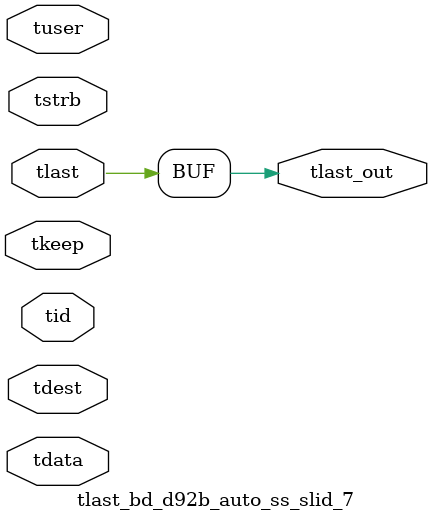
<source format=v>


`timescale 1ps/1ps

module tlast_bd_d92b_auto_ss_slid_7 #
(
parameter C_S_AXIS_TID_WIDTH   = 1,
parameter C_S_AXIS_TUSER_WIDTH = 0,
parameter C_S_AXIS_TDATA_WIDTH = 0,
parameter C_S_AXIS_TDEST_WIDTH = 0
)
(
input  [(C_S_AXIS_TID_WIDTH   == 0 ? 1 : C_S_AXIS_TID_WIDTH)-1:0       ] tid,
input  [(C_S_AXIS_TDATA_WIDTH == 0 ? 1 : C_S_AXIS_TDATA_WIDTH)-1:0     ] tdata,
input  [(C_S_AXIS_TUSER_WIDTH == 0 ? 1 : C_S_AXIS_TUSER_WIDTH)-1:0     ] tuser,
input  [(C_S_AXIS_TDEST_WIDTH == 0 ? 1 : C_S_AXIS_TDEST_WIDTH)-1:0     ] tdest,
input  [(C_S_AXIS_TDATA_WIDTH/8)-1:0 ] tkeep,
input  [(C_S_AXIS_TDATA_WIDTH/8)-1:0 ] tstrb,
input  [0:0]                                                             tlast,
output                                                                   tlast_out
);

assign tlast_out = {tlast};

endmodule


</source>
